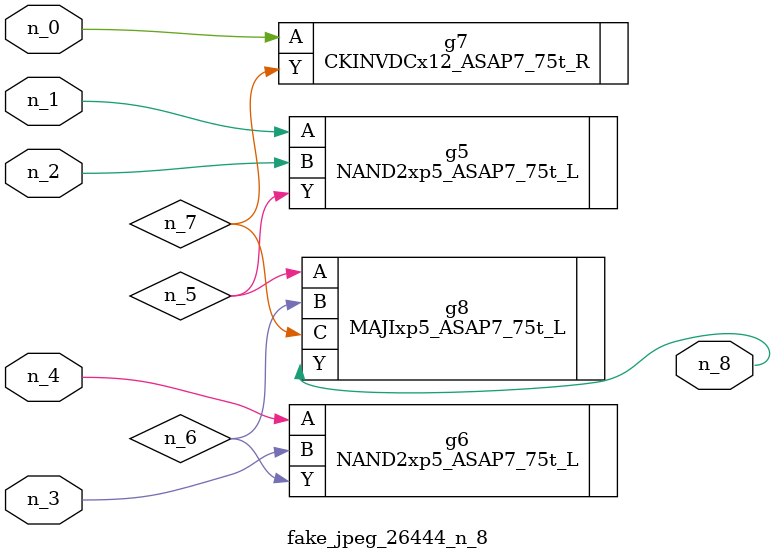
<source format=v>
module fake_jpeg_26444_n_8 (n_3, n_2, n_1, n_0, n_4, n_8);

input n_3;
input n_2;
input n_1;
input n_0;
input n_4;

output n_8;

wire n_6;
wire n_5;
wire n_7;

NAND2xp5_ASAP7_75t_L g5 ( 
.A(n_1),
.B(n_2),
.Y(n_5)
);

NAND2xp5_ASAP7_75t_L g6 ( 
.A(n_4),
.B(n_3),
.Y(n_6)
);

CKINVDCx12_ASAP7_75t_R g7 ( 
.A(n_0),
.Y(n_7)
);

MAJIxp5_ASAP7_75t_L g8 ( 
.A(n_5),
.B(n_6),
.C(n_7),
.Y(n_8)
);


endmodule
</source>
